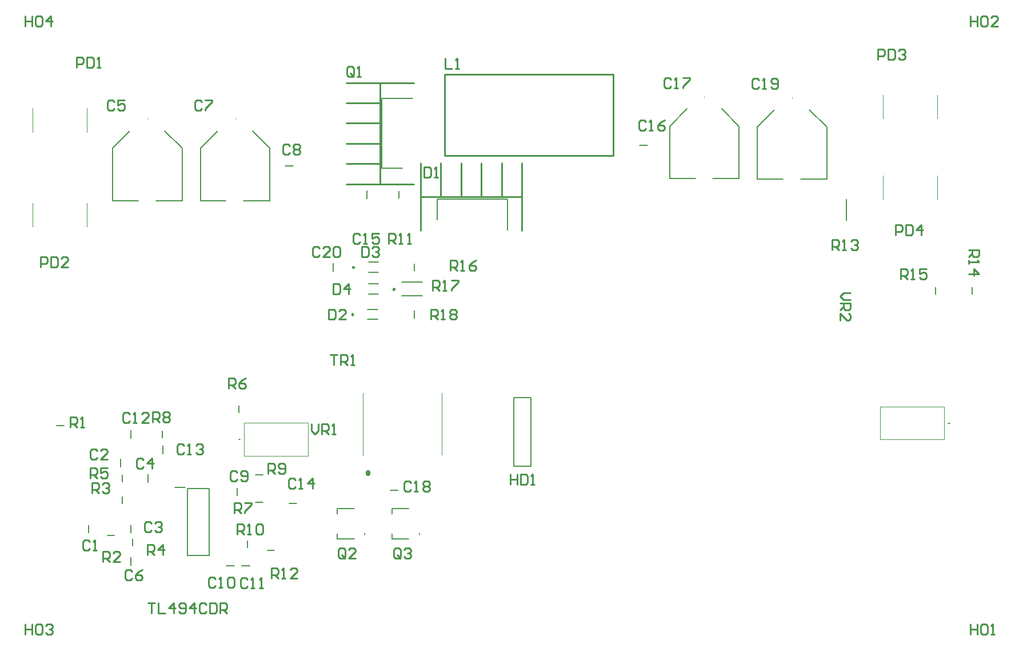
<source format=gto>
G04 Layer_Color=65535*
%FSAX23Y23*%
%MOIN*%
G70*
G01*
G75*
%ADD49C,0.008*%
%ADD50C,0.004*%
%ADD51C,0.028*%
%ADD52C,0.010*%
%ADD53C,0.010*%
G54D49*
X06516Y02556D02*
X06508D01*
X06516D01*
X03424Y01907D02*
Y01914D01*
Y01907D01*
X03105D02*
Y01914D01*
Y01907D01*
X02369Y02462D02*
X02377D01*
X02369D01*
X06435Y03307D02*
Y03349D01*
X06646Y03307D02*
Y03349D01*
X03116Y03866D02*
Y03911D01*
X03303Y03868D02*
Y03910D01*
X02641Y04056D02*
X02686D01*
X05912Y03739D02*
Y03861D01*
X02663Y02088D02*
X02708D01*
X01925Y02471D02*
Y02512D01*
X01740Y02469D02*
Y02514D01*
X04708Y04174D02*
X04753D01*
X04882Y03981D02*
Y03995D01*
Y03981D02*
X05032D01*
X05134D02*
X05288D01*
Y04286D01*
X05186Y04387D02*
X05288Y04286D01*
X04882D02*
X04983Y04387D01*
X04882Y03981D02*
Y04286D01*
X05394Y03977D02*
Y03991D01*
Y03977D02*
X05543D01*
X05646D02*
X05799D01*
Y04282D01*
X05698Y04383D02*
X05799Y04282D01*
X05394D02*
X05495Y04383D01*
X05394Y03977D02*
Y04282D01*
X01634Y03853D02*
Y03867D01*
Y03853D02*
X01784D01*
X01886D02*
X02040D01*
Y04158D01*
X01938Y04259D02*
X02040Y04158D01*
X01634D02*
X01735Y04259D01*
X01634Y03853D02*
Y04158D01*
X02146Y03853D02*
Y03867D01*
Y03853D02*
X02295D01*
X02398D02*
X02551D01*
Y04158D01*
X02450Y04259D02*
X02551Y04158D01*
X02146D02*
X02247Y04259D01*
X02146Y03853D02*
Y04158D01*
X03204Y04041D02*
X03323D01*
X03204D02*
Y04449D01*
X03384D01*
X01689Y02215D02*
Y02256D01*
X01691Y02087D02*
Y02128D01*
X01681Y02301D02*
Y02347D01*
X01602Y01901D02*
X01643D01*
X01494Y01917D02*
Y01963D01*
X01750Y01841D02*
Y01882D01*
X01740Y01917D02*
Y01963D01*
X01740Y01730D02*
Y01776D01*
X01839Y02213D02*
Y02258D01*
X03263Y01881D02*
X03361D01*
X03263D02*
Y01911D01*
Y02029D02*
Y02058D01*
X03361D01*
X02944Y01881D02*
X03042D01*
X02944D02*
Y01911D01*
Y02029D02*
Y02058D01*
X03042D01*
X03319Y03298D02*
X03441D01*
X03319Y03377D02*
X03441D01*
X03392Y03445D02*
Y03486D01*
Y03169D02*
Y03211D01*
X03121Y03161D02*
X03180D01*
X03121Y03220D02*
X03180D01*
X03126Y03367D02*
X03185D01*
X03126Y03308D02*
X03185D01*
X03126Y03436D02*
X03185D01*
X03126Y03495D02*
X03185D01*
X03937Y03862D02*
X03937Y03681D01*
X03528Y03862D02*
X03937D01*
X03528Y03741D02*
X03528Y03862D01*
X02919Y03443D02*
Y03488D01*
X02298Y01724D02*
X02344D01*
X03253Y02166D02*
X03298D01*
X02537Y01814D02*
X02578D01*
X02387Y01724D02*
X02432D01*
X01927Y02380D02*
Y02425D01*
X01997Y02181D02*
X02057D01*
X02071Y01785D02*
Y02174D01*
Y01785D02*
X02197D01*
Y02174D01*
X02071D02*
X02197D01*
X02370Y02618D02*
Y02660D01*
X02360Y02134D02*
Y02179D01*
X02468Y02096D02*
X02509D01*
X02468Y02255D02*
X02509D01*
X03972Y02704D02*
X04072D01*
Y02304D02*
Y02704D01*
X03972Y02304D02*
Y02704D01*
Y02304D02*
X04072D01*
X02419Y01831D02*
Y01872D01*
X01308Y02542D02*
X01350D01*
G54D50*
X05085Y04456D02*
Y04460D01*
Y04456D01*
X05597Y04452D02*
Y04456D01*
Y04452D01*
X01837Y04328D02*
Y04332D01*
Y04328D01*
X02349D02*
Y04332D01*
Y04328D01*
X06443Y03859D02*
Y03997D01*
X06128Y03859D02*
Y03997D01*
X06443Y04332D02*
Y04470D01*
X06128Y04332D02*
Y04470D01*
X01482Y04253D02*
Y04391D01*
X01167Y04253D02*
Y04391D01*
X01482Y03702D02*
Y03840D01*
X01167Y03702D02*
Y03840D01*
X06110Y02651D02*
X06485D01*
X06485Y02461D01*
X06110D02*
X06485D01*
X06110Y02651D02*
X06110Y02461D01*
X03095Y02367D02*
Y02733D01*
X03555Y02373D02*
Y02733D01*
X02399Y02366D02*
X02774D01*
X02399Y02557D02*
X02399Y02366D01*
X02399Y02557D02*
X02774D01*
X02774Y02366D01*
G54D51*
X03124Y02267D02*
Y02263D01*
Y02267D01*
G54D52*
X03038Y03190D02*
X03030Y03194D01*
Y03186D01*
X03038Y03190D01*
X03279Y03338D02*
X03271Y03342D01*
Y03333D01*
X03279Y03338D01*
X03042Y03466D02*
X03035Y03470D01*
Y03461D01*
X03042Y03466D01*
G54D53*
X04553Y04115D02*
Y04588D01*
X03569Y04115D02*
Y04588D01*
Y04115D02*
X04553D01*
X03569Y04588D02*
X04553D01*
X03193Y03949D02*
Y04540D01*
X02996Y03949D02*
X03390D01*
X02996Y04540D02*
X03390D01*
X02996Y04068D02*
X03193D01*
X02996Y04186D02*
X03193D01*
X02996Y04304D02*
X03193Y04304D01*
X02996Y04422D02*
X03193D01*
X03902Y03875D02*
Y04072D01*
X03784Y03875D02*
X03784Y04072D01*
X03666Y03875D02*
Y04072D01*
X03547Y03875D02*
Y04072D01*
X04020Y03678D02*
Y04072D01*
X03429Y03678D02*
Y04072D01*
X03429Y03875D02*
X04020D01*
X01423Y04627D02*
Y04687D01*
X01453D01*
X01463Y04677D01*
Y04657D01*
X01453Y04647D01*
X01423D01*
X01483Y04687D02*
Y04627D01*
X01513D01*
X01523Y04637D01*
Y04677D01*
X01513Y04687D01*
X01483D01*
X01543Y04627D02*
X01563D01*
X01553D01*
Y04687D01*
X01543Y04677D01*
X01215Y03466D02*
Y03526D01*
X01245D01*
X01255Y03516D01*
Y03496D01*
X01245Y03486D01*
X01215D01*
X01275Y03526D02*
Y03466D01*
X01305D01*
X01315Y03476D01*
Y03516D01*
X01305Y03526D01*
X01275D01*
X01375Y03466D02*
X01335D01*
X01375Y03506D01*
Y03516D01*
X01365Y03526D01*
X01345D01*
X01335Y03516D01*
X01499Y01866D02*
X01489Y01876D01*
X01469D01*
X01459Y01866D01*
Y01826D01*
X01469Y01816D01*
X01489D01*
X01499Y01826D01*
X01519Y01816D02*
X01539D01*
X01529D01*
Y01876D01*
X01519Y01866D01*
X01544Y02394D02*
X01534Y02404D01*
X01514D01*
X01504Y02394D01*
Y02354D01*
X01514Y02344D01*
X01534D01*
X01544Y02354D01*
X01604Y02344D02*
X01564D01*
X01604Y02384D01*
Y02394D01*
X01594Y02404D01*
X01574D01*
X01564Y02394D01*
X01861Y01972D02*
X01851Y01982D01*
X01831D01*
X01821Y01972D01*
Y01932D01*
X01831Y01922D01*
X01851D01*
X01861Y01932D01*
X01881Y01972D02*
X01891Y01982D01*
X01911D01*
X01921Y01972D01*
Y01962D01*
X01911Y01952D01*
X01901D01*
X01911D01*
X01921Y01942D01*
Y01932D01*
X01911Y01922D01*
X01891D01*
X01881Y01932D01*
X01814Y02342D02*
X01804Y02352D01*
X01784D01*
X01774Y02342D01*
Y02302D01*
X01784Y02292D01*
X01804D01*
X01814Y02302D01*
X01864Y02292D02*
Y02352D01*
X01834Y02322D01*
X01874D01*
X01643Y04430D02*
X01633Y04440D01*
X01613D01*
X01603Y04430D01*
Y04390D01*
X01613Y04380D01*
X01633D01*
X01643Y04390D01*
X01703Y04440D02*
X01663D01*
Y04410D01*
X01683Y04420D01*
X01693D01*
X01703Y04410D01*
Y04390D01*
X01693Y04380D01*
X01673D01*
X01663Y04390D01*
X01747Y01693D02*
X01737Y01703D01*
X01717D01*
X01707Y01693D01*
Y01653D01*
X01717Y01643D01*
X01737D01*
X01747Y01653D01*
X01807Y01703D02*
X01787Y01693D01*
X01767Y01673D01*
Y01653D01*
X01777Y01643D01*
X01797D01*
X01807Y01653D01*
Y01663D01*
X01797Y01673D01*
X01767D01*
X02155Y04430D02*
X02145Y04440D01*
X02125D01*
X02115Y04430D01*
Y04390D01*
X02125Y04380D01*
X02145D01*
X02155Y04390D01*
X02175Y04440D02*
X02214D01*
Y04430D01*
X02175Y04390D01*
Y04380D01*
X02668Y04173D02*
X02658Y04183D01*
X02638D01*
X02628Y04173D01*
Y04133D01*
X02638Y04123D01*
X02658D01*
X02668Y04133D01*
X02688Y04173D02*
X02698Y04183D01*
X02718D01*
X02728Y04173D01*
Y04163D01*
X02718Y04153D01*
X02728Y04143D01*
Y04133D01*
X02718Y04123D01*
X02698D01*
X02688Y04133D01*
Y04143D01*
X02698Y04153D01*
X02688Y04163D01*
Y04173D01*
X02698Y04153D02*
X02718D01*
X02361Y02268D02*
X02351Y02278D01*
X02331D01*
X02321Y02268D01*
Y02228D01*
X02331Y02218D01*
X02351D01*
X02361Y02228D01*
X02381D02*
X02391Y02218D01*
X02411D01*
X02421Y02228D01*
Y02268D01*
X02411Y02278D01*
X02391D01*
X02381Y02268D01*
Y02258D01*
X02391Y02248D01*
X02421D01*
X02235Y01649D02*
X02225Y01659D01*
X02205D01*
X02195Y01649D01*
Y01609D01*
X02205Y01599D01*
X02225D01*
X02235Y01609D01*
X02255Y01599D02*
X02275D01*
X02265D01*
Y01659D01*
X02255Y01649D01*
X02305D02*
X02315Y01659D01*
X02335D01*
X02345Y01649D01*
Y01609D01*
X02335Y01599D01*
X02315D01*
X02305Y01609D01*
Y01649D01*
X02420Y01646D02*
X02410Y01656D01*
X02390D01*
X02380Y01646D01*
Y01606D01*
X02390Y01596D01*
X02410D01*
X02420Y01606D01*
X02440Y01596D02*
X02460D01*
X02450D01*
Y01656D01*
X02440Y01646D01*
X02490Y01596D02*
X02510D01*
X02500D01*
Y01656D01*
X02490Y01646D01*
X01732Y02608D02*
X01722Y02618D01*
X01702D01*
X01692Y02608D01*
Y02568D01*
X01702Y02558D01*
X01722D01*
X01732Y02568D01*
X01752Y02558D02*
X01772D01*
X01762D01*
Y02618D01*
X01752Y02608D01*
X01842Y02558D02*
X01802D01*
X01842Y02598D01*
Y02608D01*
X01832Y02618D01*
X01812D01*
X01802Y02608D01*
X02050Y02425D02*
X02040Y02435D01*
X02020D01*
X02010Y02425D01*
Y02385D01*
X02020Y02375D01*
X02040D01*
X02050Y02385D01*
X02070Y02375D02*
X02090D01*
X02080D01*
Y02435D01*
X02070Y02425D01*
X02120D02*
X02130Y02435D01*
X02150D01*
X02160Y02425D01*
Y02415D01*
X02150Y02405D01*
X02140D01*
X02150D01*
X02160Y02395D01*
Y02385D01*
X02150Y02375D01*
X02130D01*
X02120Y02385D01*
X02699Y02226D02*
X02689Y02236D01*
X02669D01*
X02659Y02226D01*
Y02186D01*
X02669Y02176D01*
X02689D01*
X02699Y02186D01*
X02719Y02176D02*
X02739D01*
X02729D01*
Y02236D01*
X02719Y02226D01*
X02799Y02176D02*
Y02236D01*
X02769Y02206D01*
X02809D01*
X03078Y03653D02*
X03068Y03663D01*
X03048D01*
X03038Y03653D01*
Y03613D01*
X03048Y03603D01*
X03068D01*
X03078Y03613D01*
X03098Y03603D02*
X03118D01*
X03108D01*
Y03663D01*
X03098Y03653D01*
X03188Y03663D02*
X03148D01*
Y03633D01*
X03168Y03643D01*
X03178D01*
X03188Y03633D01*
Y03613D01*
X03178Y03603D01*
X03158D01*
X03148Y03613D01*
X04744Y04313D02*
X04734Y04323D01*
X04714D01*
X04704Y04313D01*
Y04273D01*
X04714Y04263D01*
X04734D01*
X04744Y04273D01*
X04764Y04263D02*
X04784D01*
X04774D01*
Y04323D01*
X04764Y04313D01*
X04854Y04323D02*
X04834Y04313D01*
X04814Y04293D01*
Y04273D01*
X04824Y04263D01*
X04844D01*
X04854Y04273D01*
Y04283D01*
X04844Y04293D01*
X04814D01*
X04891Y04558D02*
X04881Y04568D01*
X04861D01*
X04851Y04558D01*
Y04518D01*
X04861Y04508D01*
X04881D01*
X04891Y04518D01*
X04911Y04508D02*
X04931D01*
X04921D01*
Y04568D01*
X04911Y04558D01*
X04961Y04568D02*
X05001D01*
Y04558D01*
X04961Y04518D01*
Y04508D01*
X03375Y02207D02*
X03365Y02217D01*
X03345D01*
X03335Y02207D01*
Y02167D01*
X03345Y02157D01*
X03365D01*
X03375Y02167D01*
X03395Y02157D02*
X03415D01*
X03405D01*
Y02217D01*
X03395Y02207D01*
X03445D02*
X03455Y02217D01*
X03475D01*
X03485Y02207D01*
Y02197D01*
X03475Y02187D01*
X03485Y02177D01*
Y02167D01*
X03475Y02157D01*
X03455D01*
X03445Y02167D01*
Y02177D01*
X03455Y02187D01*
X03445Y02197D01*
Y02207D01*
X03455Y02187D02*
X03475D01*
X05403Y04554D02*
X05393Y04564D01*
X05373D01*
X05363Y04554D01*
Y04514D01*
X05373Y04504D01*
X05393D01*
X05403Y04514D01*
X05423Y04504D02*
X05443D01*
X05433D01*
Y04564D01*
X05423Y04554D01*
X05473Y04514D02*
X05483Y04504D01*
X05503D01*
X05513Y04514D01*
Y04554D01*
X05503Y04564D01*
X05483D01*
X05473Y04554D01*
Y04544D01*
X05483Y04534D01*
X05513D01*
X02841Y03575D02*
X02831Y03585D01*
X02811D01*
X02801Y03575D01*
Y03535D01*
X02811Y03525D01*
X02831D01*
X02841Y03535D01*
X02901Y03525D02*
X02861D01*
X02901Y03565D01*
Y03575D01*
X02891Y03585D01*
X02871D01*
X02861Y03575D01*
X02921D02*
X02931Y03585D01*
X02951D01*
X02961Y03575D01*
Y03535D01*
X02951Y03525D01*
X02931D01*
X02921Y03535D01*
Y03575D01*
X03451Y04047D02*
Y03987D01*
X03481D01*
X03491Y03997D01*
Y04037D01*
X03481Y04047D01*
X03451D01*
X03511Y03987D02*
X03531D01*
X03521D01*
Y04047D01*
X03511Y04037D01*
X02895Y03220D02*
Y03161D01*
X02925D01*
X02935Y03171D01*
Y03210D01*
X02925Y03220D01*
X02895D01*
X02995Y03161D02*
X02955D01*
X02995Y03200D01*
Y03210D01*
X02985Y03220D01*
X02965D01*
X02955Y03210D01*
X03087Y03585D02*
Y03525D01*
X03117D01*
X03127Y03535D01*
Y03575D01*
X03117Y03585D01*
X03087D01*
X03147Y03575D02*
X03157Y03585D01*
X03177D01*
X03187Y03575D01*
Y03565D01*
X03177Y03555D01*
X03167D01*
X03177D01*
X03187Y03545D01*
Y03535D01*
X03177Y03525D01*
X03157D01*
X03147Y03535D01*
X02919Y03368D02*
Y03308D01*
X02949D01*
X02959Y03318D01*
Y03358D01*
X02949Y03368D01*
X02919D01*
X03009Y03308D02*
Y03368D01*
X02979Y03338D01*
X03019D01*
X03953Y02258D02*
Y02198D01*
Y02228D01*
X03993D01*
Y02258D01*
Y02198D01*
X04013Y02258D02*
Y02198D01*
X04043D01*
X04053Y02208D01*
Y02248D01*
X04043Y02258D01*
X04013D01*
X04073Y02198D02*
X04093D01*
X04083D01*
Y02258D01*
X04073Y02248D01*
X06636Y01384D02*
Y01324D01*
Y01354D01*
X06676D01*
Y01384D01*
Y01324D01*
X06726Y01384D02*
X06706D01*
X06696Y01374D01*
Y01334D01*
X06706Y01324D01*
X06726D01*
X06736Y01334D01*
Y01374D01*
X06726Y01384D01*
X06756Y01324D02*
X06776D01*
X06766D01*
Y01384D01*
X06756Y01374D01*
X06636Y04928D02*
Y04868D01*
Y04898D01*
X06676D01*
Y04928D01*
Y04868D01*
X06726Y04928D02*
X06706D01*
X06696Y04918D01*
Y04878D01*
X06706Y04868D01*
X06726D01*
X06736Y04878D01*
Y04918D01*
X06726Y04928D01*
X06796Y04868D02*
X06756D01*
X06796Y04908D01*
Y04918D01*
X06786Y04928D01*
X06766D01*
X06756Y04918D01*
X01124Y01384D02*
Y01324D01*
Y01354D01*
X01164D01*
Y01384D01*
Y01324D01*
X01214Y01384D02*
X01194D01*
X01184Y01374D01*
Y01334D01*
X01194Y01324D01*
X01214D01*
X01224Y01334D01*
Y01374D01*
X01214Y01384D01*
X01244Y01374D02*
X01254Y01384D01*
X01274D01*
X01284Y01374D01*
Y01364D01*
X01274Y01354D01*
X01264D01*
X01274D01*
X01284Y01344D01*
Y01334D01*
X01274Y01324D01*
X01254D01*
X01244Y01334D01*
X01124Y04928D02*
Y04868D01*
Y04898D01*
X01164D01*
Y04928D01*
Y04868D01*
X01214Y04928D02*
X01194D01*
X01184Y04918D01*
Y04878D01*
X01194Y04868D01*
X01214D01*
X01224Y04878D01*
Y04918D01*
X01214Y04928D01*
X01274Y04868D02*
Y04928D01*
X01244Y04898D01*
X01284D01*
X03574Y04683D02*
Y04623D01*
X03614D01*
X03634D02*
X03654D01*
X03644D01*
Y04683D01*
X03634Y04673D01*
X06097Y04676D02*
Y04736D01*
X06127D01*
X06137Y04726D01*
Y04706D01*
X06127Y04696D01*
X06097D01*
X06157Y04736D02*
Y04676D01*
X06187D01*
X06197Y04686D01*
Y04726D01*
X06187Y04736D01*
X06157D01*
X06217Y04726D02*
X06227Y04736D01*
X06247D01*
X06257Y04726D01*
Y04716D01*
X06247Y04706D01*
X06237D01*
X06247D01*
X06257Y04696D01*
Y04686D01*
X06247Y04676D01*
X06227D01*
X06217Y04686D01*
X06199Y03651D02*
Y03711D01*
X06229D01*
X06239Y03701D01*
Y03681D01*
X06229Y03671D01*
X06199D01*
X06259Y03711D02*
Y03651D01*
X06289D01*
X06299Y03661D01*
Y03701D01*
X06289Y03711D01*
X06259D01*
X06349Y03651D02*
Y03711D01*
X06319Y03681D01*
X06359D01*
X03041Y04585D02*
Y04625D01*
X03031Y04635D01*
X03011D01*
X03001Y04625D01*
Y04585D01*
X03011Y04575D01*
X03031D01*
X03021Y04595D02*
X03041Y04575D01*
X03031D02*
X03041Y04585D01*
X03061Y04575D02*
X03081D01*
X03071D01*
Y04635D01*
X03061Y04625D01*
X02991Y01779D02*
Y01819D01*
X02981Y01829D01*
X02961D01*
X02951Y01819D01*
Y01779D01*
X02961Y01769D01*
X02981D01*
X02971Y01789D02*
X02991Y01769D01*
X02981D02*
X02991Y01779D01*
X03051Y01769D02*
X03011D01*
X03051Y01809D01*
Y01819D01*
X03041Y01829D01*
X03021D01*
X03011Y01819D01*
X03314Y01779D02*
Y01819D01*
X03304Y01829D01*
X03284D01*
X03274Y01819D01*
Y01779D01*
X03284Y01769D01*
X03304D01*
X03294Y01789D02*
X03314Y01769D01*
X03304D02*
X03314Y01779D01*
X03334Y01819D02*
X03344Y01829D01*
X03364D01*
X03374Y01819D01*
Y01809D01*
X03364Y01799D01*
X03354D01*
X03364D01*
X03374Y01789D01*
Y01779D01*
X03364Y01769D01*
X03344D01*
X03334Y01779D01*
X01388Y02533D02*
Y02593D01*
X01418D01*
X01428Y02583D01*
Y02563D01*
X01418Y02553D01*
X01388D01*
X01408D02*
X01428Y02533D01*
X01448D02*
X01468D01*
X01458D01*
Y02593D01*
X01448Y02583D01*
X01577Y01749D02*
Y01809D01*
X01607D01*
X01617Y01799D01*
Y01779D01*
X01607Y01769D01*
X01577D01*
X01597D02*
X01617Y01749D01*
X01677D02*
X01637D01*
X01677Y01789D01*
Y01799D01*
X01667Y01809D01*
X01647D01*
X01637Y01799D01*
X01514Y02147D02*
Y02207D01*
X01544D01*
X01554Y02197D01*
Y02177D01*
X01544Y02167D01*
X01514D01*
X01534D02*
X01554Y02147D01*
X01574Y02197D02*
X01584Y02207D01*
X01604D01*
X01614Y02197D01*
Y02187D01*
X01604Y02177D01*
X01594D01*
X01604D01*
X01614Y02167D01*
Y02157D01*
X01604Y02147D01*
X01584D01*
X01574Y02157D01*
X01837Y01788D02*
Y01848D01*
X01867D01*
X01877Y01838D01*
Y01818D01*
X01867Y01808D01*
X01837D01*
X01857D02*
X01877Y01788D01*
X01927D02*
Y01848D01*
X01897Y01818D01*
X01937D01*
X01504Y02235D02*
Y02295D01*
X01534D01*
X01544Y02285D01*
Y02265D01*
X01534Y02255D01*
X01504D01*
X01524D02*
X01544Y02235D01*
X01604Y02295D02*
X01564D01*
Y02265D01*
X01584Y02275D01*
X01594D01*
X01604Y02265D01*
Y02245D01*
X01594Y02235D01*
X01574D01*
X01564Y02245D01*
X02311Y02757D02*
Y02817D01*
X02341D01*
X02351Y02807D01*
Y02787D01*
X02341Y02777D01*
X02311D01*
X02331D02*
X02351Y02757D01*
X02411Y02817D02*
X02391Y02807D01*
X02371Y02787D01*
Y02767D01*
X02381Y02757D01*
X02401D01*
X02411Y02767D01*
Y02777D01*
X02401Y02787D01*
X02371D01*
X02345Y02033D02*
Y02093D01*
X02375D01*
X02385Y02083D01*
Y02063D01*
X02375Y02053D01*
X02345D01*
X02365D02*
X02385Y02033D01*
X02405Y02093D02*
X02445D01*
Y02083D01*
X02405Y02043D01*
Y02033D01*
X01867Y02562D02*
Y02622D01*
X01897D01*
X01907Y02612D01*
Y02592D01*
X01897Y02582D01*
X01867D01*
X01887D02*
X01907Y02562D01*
X01927Y02612D02*
X01937Y02622D01*
X01957D01*
X01967Y02612D01*
Y02602D01*
X01957Y02592D01*
X01967Y02582D01*
Y02572D01*
X01957Y02562D01*
X01937D01*
X01927Y02572D01*
Y02582D01*
X01937Y02592D01*
X01927Y02602D01*
Y02612D01*
X01937Y02592D02*
X01957D01*
X02541Y02261D02*
Y02321D01*
X02571D01*
X02581Y02311D01*
Y02291D01*
X02571Y02281D01*
X02541D01*
X02561D02*
X02581Y02261D01*
X02601Y02271D02*
X02611Y02261D01*
X02631D01*
X02641Y02271D01*
Y02311D01*
X02631Y02321D01*
X02611D01*
X02601Y02311D01*
Y02301D01*
X02611Y02291D01*
X02641D01*
X02360Y01907D02*
Y01967D01*
X02390D01*
X02400Y01957D01*
Y01937D01*
X02390Y01927D01*
X02360D01*
X02380D02*
X02400Y01907D01*
X02420D02*
X02440D01*
X02430D01*
Y01967D01*
X02420Y01957D01*
X02470D02*
X02480Y01967D01*
X02500D01*
X02510Y01957D01*
Y01917D01*
X02500Y01907D01*
X02480D01*
X02470Y01917D01*
Y01957D01*
X03244Y03603D02*
Y03663D01*
X03274D01*
X03284Y03653D01*
Y03633D01*
X03274Y03623D01*
X03244D01*
X03264D02*
X03284Y03603D01*
X03304D02*
X03324D01*
X03314D01*
Y03663D01*
X03304Y03653D01*
X03354Y03603D02*
X03374D01*
X03364D01*
Y03663D01*
X03354Y03653D01*
X02561Y01651D02*
Y01711D01*
X02591D01*
X02601Y01701D01*
Y01681D01*
X02591Y01671D01*
X02561D01*
X02581D02*
X02601Y01651D01*
X02621D02*
X02641D01*
X02631D01*
Y01711D01*
X02621Y01701D01*
X02711Y01651D02*
X02671D01*
X02711Y01691D01*
Y01701D01*
X02701Y01711D01*
X02681D01*
X02671Y01701D01*
X05831Y03564D02*
Y03624D01*
X05861D01*
X05871Y03614D01*
Y03594D01*
X05861Y03584D01*
X05831D01*
X05851D02*
X05871Y03564D01*
X05891D02*
X05911D01*
X05901D01*
Y03624D01*
X05891Y03614D01*
X05941D02*
X05951Y03624D01*
X05971D01*
X05981Y03614D01*
Y03604D01*
X05971Y03594D01*
X05961D01*
X05971D01*
X05981Y03584D01*
Y03574D01*
X05971Y03564D01*
X05951D01*
X05941Y03574D01*
X06626Y03564D02*
X06686D01*
Y03534D01*
X06676Y03524D01*
X06656D01*
X06646Y03534D01*
Y03564D01*
Y03544D02*
X06626Y03524D01*
Y03504D02*
Y03484D01*
Y03494D01*
X06686D01*
X06676Y03504D01*
X06626Y03424D02*
X06686D01*
X06656Y03454D01*
Y03414D01*
X06230Y03395D02*
Y03455D01*
X06260D01*
X06270Y03445D01*
Y03425D01*
X06260Y03415D01*
X06230D01*
X06250D02*
X06270Y03395D01*
X06290D02*
X06310D01*
X06300D01*
Y03455D01*
X06290Y03445D01*
X06380Y03455D02*
X06340D01*
Y03425D01*
X06360Y03435D01*
X06370D01*
X06380Y03425D01*
Y03405D01*
X06370Y03395D01*
X06350D01*
X06340Y03405D01*
X03604Y03446D02*
Y03506D01*
X03634D01*
X03644Y03496D01*
Y03476D01*
X03634Y03466D01*
X03604D01*
X03624D02*
X03644Y03446D01*
X03664D02*
X03684D01*
X03674D01*
Y03506D01*
X03664Y03496D01*
X03754Y03506D02*
X03734Y03496D01*
X03714Y03476D01*
Y03456D01*
X03724Y03446D01*
X03744D01*
X03754Y03456D01*
Y03466D01*
X03744Y03476D01*
X03714D01*
X03500Y03328D02*
Y03388D01*
X03530D01*
X03540Y03378D01*
Y03358D01*
X03530Y03348D01*
X03500D01*
X03520D02*
X03540Y03328D01*
X03560D02*
X03580D01*
X03570D01*
Y03388D01*
X03560Y03378D01*
X03610Y03388D02*
X03650D01*
Y03378D01*
X03610Y03338D01*
Y03328D01*
X03490Y03161D02*
Y03220D01*
X03520D01*
X03530Y03210D01*
Y03191D01*
X03520Y03181D01*
X03490D01*
X03510D02*
X03530Y03161D01*
X03550D02*
X03570D01*
X03560D01*
Y03220D01*
X03550Y03210D01*
X03600D02*
X03610Y03220D01*
X03630D01*
X03640Y03210D01*
Y03200D01*
X03630Y03191D01*
X03640Y03181D01*
Y03171D01*
X03630Y03161D01*
X03610D01*
X03600Y03171D01*
Y03181D01*
X03610Y03191D01*
X03600Y03200D01*
Y03210D01*
X03610Y03191D02*
X03630D01*
X01841Y01510D02*
X01881D01*
X01861D01*
Y01450D01*
X01901Y01510D02*
Y01450D01*
X01941D01*
X01991D02*
Y01510D01*
X01961Y01480D01*
X02001D01*
X02021Y01460D02*
X02031Y01450D01*
X02051D01*
X02061Y01460D01*
Y01500D01*
X02051Y01510D01*
X02031D01*
X02021Y01500D01*
Y01490D01*
X02031Y01480D01*
X02061D01*
X02111Y01450D02*
Y01510D01*
X02081Y01480D01*
X02121D01*
X02181Y01500D02*
X02171Y01510D01*
X02151D01*
X02141Y01500D01*
Y01460D01*
X02151Y01450D01*
X02171D01*
X02181Y01460D01*
X02201Y01510D02*
Y01450D01*
X02231D01*
X02241Y01460D01*
Y01500D01*
X02231Y01510D01*
X02201D01*
X02261Y01450D02*
Y01510D01*
X02291D01*
X02301Y01500D01*
Y01480D01*
X02291Y01470D01*
X02261D01*
X02281D02*
X02301Y01450D01*
X02902Y02955D02*
X02942D01*
X02922D01*
Y02895D01*
X02962D02*
Y02955D01*
X02992D01*
X03002Y02945D01*
Y02925D01*
X02992Y02915D01*
X02962D01*
X02982D02*
X03002Y02895D01*
X03022D02*
X03042D01*
X03032D01*
Y02955D01*
X03022Y02945D01*
X02793Y02551D02*
Y02511D01*
X02813Y02491D01*
X02833Y02511D01*
Y02551D01*
X02853Y02491D02*
Y02551D01*
X02883D01*
X02893Y02541D01*
Y02521D01*
X02883Y02511D01*
X02853D01*
X02873D02*
X02893Y02491D01*
X02913D02*
X02933D01*
X02923D01*
Y02551D01*
X02913Y02541D01*
X05936Y03316D02*
X05896D01*
X05876Y03296D01*
X05896Y03276D01*
X05936D01*
X05876Y03256D02*
X05936D01*
Y03226D01*
X05926Y03216D01*
X05906D01*
X05896Y03226D01*
Y03256D01*
Y03236D02*
X05876Y03216D01*
Y03156D02*
Y03196D01*
X05916Y03156D01*
X05926D01*
X05936Y03166D01*
Y03186D01*
X05926Y03196D01*
M02*

</source>
